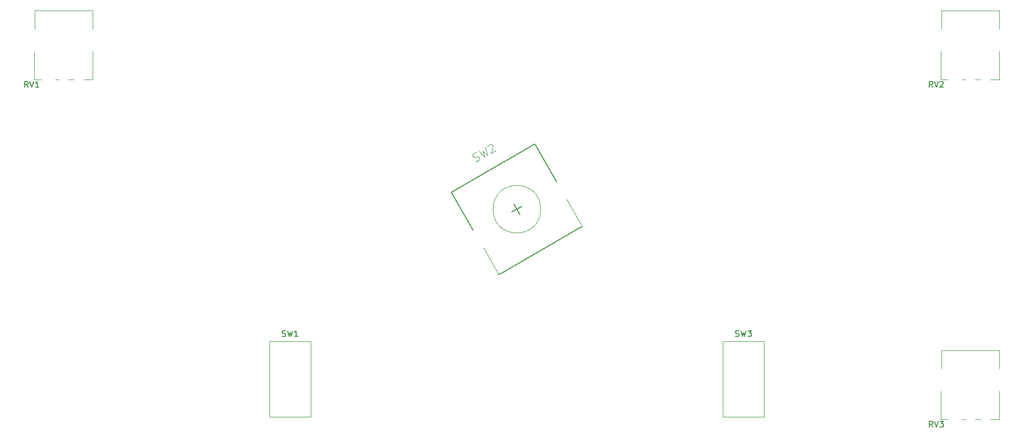
<source format=gto>
G04 #@! TF.GenerationSoftware,KiCad,Pcbnew,6.0.5+dfsg-1~bpo11+1*
G04 #@! TF.CreationDate,2022-08-16T14:50:18+00:00*
G04 #@! TF.ProjectId,lfo_and_power_supply,6c666f5f-616e-4645-9f70-6f7765725f73,0*
G04 #@! TF.SameCoordinates,Original*
G04 #@! TF.FileFunction,Legend,Top*
G04 #@! TF.FilePolarity,Positive*
%FSLAX46Y46*%
G04 Gerber Fmt 4.6, Leading zero omitted, Abs format (unit mm)*
G04 Created by KiCad (PCBNEW 6.0.5+dfsg-1~bpo11+1) date 2022-08-16 14:50:18*
%MOMM*%
%LPD*%
G01*
G04 APERTURE LIST*
%ADD10C,0.120000*%
%ADD11C,0.150000*%
%ADD12C,0.127000*%
%ADD13C,0.080000*%
%ADD14C,3.000000*%
%ADD15C,1.451600*%
%ADD16C,2.500000*%
%ADD17O,2.720000X3.240000*%
%ADD18R,1.800000X1.800000*%
%ADD19C,1.800000*%
%ADD20R,2.200000X2.200000*%
%ADD21O,2.200000X2.200000*%
%ADD22R,1.600000X1.600000*%
%ADD23C,1.600000*%
%ADD24C,1.700000*%
%ADD25C,2.000000*%
%ADD26O,3.500000X3.500000*%
%ADD27R,2.000000X1.905000*%
%ADD28O,2.000000X1.905000*%
%ADD29R,1.700000X1.700000*%
%ADD30O,1.700000X1.700000*%
%ADD31R,2.400000X2.400000*%
%ADD32C,2.400000*%
%ADD33O,2.700000X3.300000*%
%ADD34C,2.600000*%
%ADD35C,1.440000*%
%ADD36O,2.190000X1.740000*%
%ADD37O,1.740000X2.190000*%
G04 APERTURE END LIST*
D10*
X141720494Y-86582867D02*
X141930721Y-86539848D01*
X142224551Y-86370205D01*
X142308154Y-86243582D01*
X142332992Y-86150887D01*
X142323900Y-85999427D01*
X142256043Y-85881895D01*
X142129420Y-85798291D01*
X142036726Y-85773454D01*
X141885265Y-85782545D01*
X141616272Y-85859493D01*
X141464812Y-85868584D01*
X141372117Y-85843747D01*
X141245494Y-85760143D01*
X141177637Y-85642611D01*
X141168546Y-85491151D01*
X141193383Y-85398456D01*
X141276987Y-85271833D01*
X141570817Y-85102190D01*
X141781043Y-85059170D01*
X142158477Y-84762904D02*
X143164807Y-85827348D01*
X142890942Y-84810143D01*
X143634935Y-85555919D01*
X143216265Y-84152190D01*
X143695484Y-84032222D02*
X143720322Y-83939528D01*
X143803925Y-83812904D01*
X144097755Y-83643262D01*
X144249216Y-83634170D01*
X144341910Y-83659008D01*
X144468533Y-83742611D01*
X144536391Y-83860143D01*
X144579410Y-84070370D01*
X144281361Y-85182705D01*
X145045319Y-84741633D01*
D11*
X185356666Y-115974761D02*
X185499523Y-116022380D01*
X185737619Y-116022380D01*
X185832857Y-115974761D01*
X185880476Y-115927142D01*
X185928095Y-115831904D01*
X185928095Y-115736666D01*
X185880476Y-115641428D01*
X185832857Y-115593809D01*
X185737619Y-115546190D01*
X185547142Y-115498571D01*
X185451904Y-115450952D01*
X185404285Y-115403333D01*
X185356666Y-115308095D01*
X185356666Y-115212857D01*
X185404285Y-115117619D01*
X185451904Y-115070000D01*
X185547142Y-115022380D01*
X185785238Y-115022380D01*
X185928095Y-115070000D01*
X186261428Y-115022380D02*
X186499523Y-116022380D01*
X186690000Y-115308095D01*
X186880476Y-116022380D01*
X187118571Y-115022380D01*
X187404285Y-115022380D02*
X188023333Y-115022380D01*
X187690000Y-115403333D01*
X187832857Y-115403333D01*
X187928095Y-115450952D01*
X187975714Y-115498571D01*
X188023333Y-115593809D01*
X188023333Y-115831904D01*
X187975714Y-115927142D01*
X187928095Y-115974761D01*
X187832857Y-116022380D01*
X187547142Y-116022380D01*
X187451904Y-115974761D01*
X187404285Y-115927142D01*
X218479761Y-131262380D02*
X218146428Y-130786190D01*
X217908333Y-131262380D02*
X217908333Y-130262380D01*
X218289285Y-130262380D01*
X218384523Y-130310000D01*
X218432142Y-130357619D01*
X218479761Y-130452857D01*
X218479761Y-130595714D01*
X218432142Y-130690952D01*
X218384523Y-130738571D01*
X218289285Y-130786190D01*
X217908333Y-130786190D01*
X218765476Y-130262380D02*
X219098809Y-131262380D01*
X219432142Y-130262380D01*
X219670238Y-130262380D02*
X220289285Y-130262380D01*
X219955952Y-130643333D01*
X220098809Y-130643333D01*
X220194047Y-130690952D01*
X220241666Y-130738571D01*
X220289285Y-130833809D01*
X220289285Y-131071904D01*
X220241666Y-131167142D01*
X220194047Y-131214761D01*
X220098809Y-131262380D01*
X219813095Y-131262380D01*
X219717857Y-131214761D01*
X219670238Y-131167142D01*
X109156666Y-115974761D02*
X109299523Y-116022380D01*
X109537619Y-116022380D01*
X109632857Y-115974761D01*
X109680476Y-115927142D01*
X109728095Y-115831904D01*
X109728095Y-115736666D01*
X109680476Y-115641428D01*
X109632857Y-115593809D01*
X109537619Y-115546190D01*
X109347142Y-115498571D01*
X109251904Y-115450952D01*
X109204285Y-115403333D01*
X109156666Y-115308095D01*
X109156666Y-115212857D01*
X109204285Y-115117619D01*
X109251904Y-115070000D01*
X109347142Y-115022380D01*
X109585238Y-115022380D01*
X109728095Y-115070000D01*
X110061428Y-115022380D02*
X110299523Y-116022380D01*
X110490000Y-115308095D01*
X110680476Y-116022380D01*
X110918571Y-115022380D01*
X111823333Y-116022380D02*
X111251904Y-116022380D01*
X111537619Y-116022380D02*
X111537619Y-115022380D01*
X111442380Y-115165238D01*
X111347142Y-115260476D01*
X111251904Y-115308095D01*
X218479761Y-74112380D02*
X218146428Y-73636190D01*
X217908333Y-74112380D02*
X217908333Y-73112380D01*
X218289285Y-73112380D01*
X218384523Y-73160000D01*
X218432142Y-73207619D01*
X218479761Y-73302857D01*
X218479761Y-73445714D01*
X218432142Y-73540952D01*
X218384523Y-73588571D01*
X218289285Y-73636190D01*
X217908333Y-73636190D01*
X218765476Y-73112380D02*
X219098809Y-74112380D01*
X219432142Y-73112380D01*
X219717857Y-73207619D02*
X219765476Y-73160000D01*
X219860714Y-73112380D01*
X220098809Y-73112380D01*
X220194047Y-73160000D01*
X220241666Y-73207619D01*
X220289285Y-73302857D01*
X220289285Y-73398095D01*
X220241666Y-73540952D01*
X219670238Y-74112380D01*
X220289285Y-74112380D01*
X66460761Y-74112380D02*
X66127428Y-73636190D01*
X65889333Y-74112380D02*
X65889333Y-73112380D01*
X66270285Y-73112380D01*
X66365523Y-73160000D01*
X66413142Y-73207619D01*
X66460761Y-73302857D01*
X66460761Y-73445714D01*
X66413142Y-73540952D01*
X66365523Y-73588571D01*
X66270285Y-73636190D01*
X65889333Y-73636190D01*
X66746476Y-73112380D02*
X67079809Y-74112380D01*
X67413142Y-73112380D01*
X68270285Y-74112380D02*
X67698857Y-74112380D01*
X67984571Y-74112380D02*
X67984571Y-73112380D01*
X67889333Y-73255238D01*
X67794095Y-73350476D01*
X67698857Y-73398095D01*
D12*
X145575194Y-105593203D02*
X146094809Y-105293203D01*
X151604806Y-83636797D02*
X137575194Y-91736797D01*
X137575194Y-91736797D02*
X141257694Y-98115074D01*
X146094809Y-105293203D02*
X159085191Y-97793203D01*
X148090000Y-93748975D02*
X149090000Y-95481025D01*
X149456025Y-94115000D02*
X147723975Y-95115000D01*
X159085191Y-97793203D02*
X159604806Y-97493203D01*
D10*
X145575194Y-105593203D02*
X142972194Y-101084675D01*
D12*
X155287306Y-90015074D02*
X151604806Y-83636797D01*
D10*
X159604806Y-97493203D02*
X157001806Y-92984675D01*
D13*
X152590000Y-94615000D02*
G75*
G03*
X152590000Y-94615000I-4000000J0D01*
G01*
D10*
X183190000Y-129540000D02*
X183190000Y-116840000D01*
X183190000Y-116840000D02*
X190190000Y-116840000D01*
X190190000Y-129540000D02*
X183190000Y-129540000D01*
X190190000Y-116840000D02*
X190190000Y-129540000D01*
X229660000Y-118340000D02*
X219920000Y-118340000D01*
X229660000Y-129930000D02*
X229660000Y-125210000D01*
X224000000Y-129930000D02*
X223470000Y-129930000D01*
X219910000Y-129930000D02*
X219910000Y-125210000D01*
X229660000Y-129930000D02*
X228170000Y-129930000D01*
X226450000Y-129930000D02*
X225620000Y-129930000D01*
X219920000Y-121400000D02*
X219920000Y-118340000D01*
X221100000Y-129930000D02*
X219920000Y-129930000D01*
X229660000Y-121400000D02*
X229660000Y-118340000D01*
X113990000Y-129540000D02*
X106990000Y-129540000D01*
X113990000Y-116840000D02*
X113990000Y-129540000D01*
X106990000Y-129540000D02*
X106990000Y-116840000D01*
X106990000Y-116840000D02*
X113990000Y-116840000D01*
X229660000Y-64250000D02*
X229660000Y-61190000D01*
X229660000Y-72780000D02*
X229660000Y-68060000D01*
X229660000Y-72780000D02*
X228170000Y-72780000D01*
X224000000Y-72780000D02*
X223470000Y-72780000D01*
X219910000Y-72780000D02*
X219910000Y-68060000D01*
X221100000Y-72780000D02*
X219920000Y-72780000D01*
X229660000Y-61190000D02*
X219920000Y-61190000D01*
X226450000Y-72780000D02*
X225620000Y-72780000D01*
X219920000Y-64250000D02*
X219920000Y-61190000D01*
X77260000Y-72780000D02*
X75770000Y-72780000D01*
X71600000Y-72780000D02*
X71070000Y-72780000D01*
X68700000Y-72780000D02*
X67520000Y-72780000D01*
X67520000Y-64250000D02*
X67520000Y-61190000D01*
X74050000Y-72780000D02*
X73220000Y-72780000D01*
X77260000Y-64250000D02*
X77260000Y-61190000D01*
X77260000Y-72780000D02*
X77260000Y-68060000D01*
X67510000Y-72780000D02*
X67510000Y-68060000D01*
X77260000Y-61190000D02*
X67520000Y-61190000D01*
%LPC*%
D14*
X156068203Y-91567628D03*
X142211797Y-99567628D03*
D15*
X139684873Y-89190868D03*
X141849936Y-87940868D03*
X144015000Y-86690868D03*
X146180064Y-85440868D03*
X148345127Y-84190868D03*
X157495127Y-100039132D03*
X155330064Y-101289132D03*
X153165000Y-102539132D03*
X150999936Y-103789132D03*
X148834873Y-105039132D03*
D16*
X186690000Y-118490000D03*
X186690000Y-123190000D03*
X186690000Y-127890000D03*
D17*
X229590000Y-123310000D03*
X219990000Y-123310000D03*
D18*
X222290000Y-130810000D03*
D19*
X224790000Y-130810000D03*
X227290000Y-130810000D03*
D16*
X110490000Y-118490000D03*
X110490000Y-123190000D03*
X110490000Y-127890000D03*
D17*
X219990000Y-66160000D03*
X229590000Y-66160000D03*
D18*
X222290000Y-73660000D03*
D19*
X224790000Y-73660000D03*
X227290000Y-73660000D03*
D17*
X77190000Y-66160000D03*
X67590000Y-66160000D03*
D18*
X69890000Y-73660000D03*
D19*
X72390000Y-73660000D03*
X74890000Y-73660000D03*
D20*
X78740000Y-78232000D03*
D21*
X68580000Y-78232000D03*
D20*
X78740000Y-88392000D03*
D21*
X68580000Y-88392000D03*
D22*
X132120000Y-88900000D03*
D23*
X134620000Y-88900000D03*
G36*
G01*
X204137500Y-78070000D02*
X204137500Y-76870000D01*
G75*
G02*
X204387500Y-76620000I250000J0D01*
G01*
X205587500Y-76620000D01*
G75*
G02*
X205837500Y-76870000I0J-250000D01*
G01*
X205837500Y-78070000D01*
G75*
G02*
X205587500Y-78320000I-250000J0D01*
G01*
X204387500Y-78320000D01*
G75*
G02*
X204137500Y-78070000I0J250000D01*
G01*
G37*
D24*
X207527500Y-77470000D03*
X204987500Y-74930000D03*
X207527500Y-74930000D03*
X204987500Y-72390000D03*
X207527500Y-72390000D03*
X204987500Y-69850000D03*
X207527500Y-69850000D03*
X204987500Y-67310000D03*
X207527500Y-67310000D03*
D20*
X68580000Y-93472000D03*
D21*
X78740000Y-93472000D03*
D25*
X135890000Y-64770000D03*
G36*
G01*
X180125000Y-78070000D02*
X180125000Y-76870000D01*
G75*
G02*
X180375000Y-76620000I250000J0D01*
G01*
X181575000Y-76620000D01*
G75*
G02*
X181825000Y-76870000I0J-250000D01*
G01*
X181825000Y-78070000D01*
G75*
G02*
X181575000Y-78320000I-250000J0D01*
G01*
X180375000Y-78320000D01*
G75*
G02*
X180125000Y-78070000I0J250000D01*
G01*
G37*
D24*
X183515000Y-77470000D03*
X180975000Y-74930000D03*
X183515000Y-74930000D03*
X180975000Y-72390000D03*
X183515000Y-72390000D03*
X180975000Y-69850000D03*
X183515000Y-69850000D03*
X180975000Y-67310000D03*
X183515000Y-67310000D03*
D26*
X119780000Y-78740000D03*
D27*
X103980000Y-81280000D03*
D28*
X103980000Y-78740000D03*
X103980000Y-76200000D03*
D25*
X159512000Y-64770000D03*
D20*
X68580000Y-83185000D03*
D21*
X78740000Y-83185000D03*
D22*
X140931500Y-127508000D03*
D23*
X143431500Y-127508000D03*
D26*
X119780000Y-91440000D03*
D27*
X103980000Y-93980000D03*
D28*
X103980000Y-91440000D03*
X103980000Y-88900000D03*
G36*
G01*
X168060000Y-78070000D02*
X168060000Y-76870000D01*
G75*
G02*
X168310000Y-76620000I250000J0D01*
G01*
X169510000Y-76620000D01*
G75*
G02*
X169760000Y-76870000I0J-250000D01*
G01*
X169760000Y-78070000D01*
G75*
G02*
X169510000Y-78320000I-250000J0D01*
G01*
X168310000Y-78320000D01*
G75*
G02*
X168060000Y-78070000I0J250000D01*
G01*
G37*
D24*
X171450000Y-77470000D03*
X168910000Y-74930000D03*
X171450000Y-74930000D03*
X168910000Y-72390000D03*
X171450000Y-72390000D03*
X168910000Y-69850000D03*
X171450000Y-69850000D03*
X168910000Y-67310000D03*
X171450000Y-67310000D03*
D29*
X148590000Y-111506000D03*
D30*
X148590000Y-114046000D03*
X148590000Y-116586000D03*
X148590000Y-119126000D03*
D20*
X113030000Y-68580000D03*
D21*
X123190000Y-68580000D03*
D25*
X135890000Y-104140000D03*
D31*
X89020000Y-74930000D03*
D32*
X96520000Y-74930000D03*
D25*
X155194000Y-129032000D03*
D22*
X132120000Y-81280000D03*
D23*
X134620000Y-81280000D03*
D20*
X129540000Y-93980000D03*
D21*
X129540000Y-104140000D03*
D20*
X129540000Y-76200000D03*
D21*
X129540000Y-66040000D03*
G36*
G01*
X71040000Y-105959999D02*
X71040000Y-103160001D01*
G75*
G02*
X71290001Y-102910000I250001J0D01*
G01*
X73489999Y-102910000D01*
G75*
G02*
X73740000Y-103160001I0J-250001D01*
G01*
X73740000Y-105959999D01*
G75*
G02*
X73489999Y-106210000I-250001J0D01*
G01*
X71290001Y-106210000D01*
G75*
G02*
X71040000Y-105959999I0J250001D01*
G01*
G37*
D33*
X76590000Y-104560000D03*
X72390000Y-99060000D03*
X76590000Y-99060000D03*
D34*
X144780000Y-80518000D03*
X152400000Y-80518000D03*
D25*
X142748000Y-64770000D03*
D31*
X89020000Y-93980000D03*
D32*
X96520000Y-93980000D03*
D35*
X107950000Y-66040000D03*
X105410000Y-66040000D03*
X102870000Y-66040000D03*
X102860000Y-102870000D03*
X105400000Y-102870000D03*
X107940000Y-102870000D03*
G36*
G01*
X192190000Y-78070000D02*
X192190000Y-76870000D01*
G75*
G02*
X192440000Y-76620000I250000J0D01*
G01*
X193640000Y-76620000D01*
G75*
G02*
X193890000Y-76870000I0J-250000D01*
G01*
X193890000Y-78070000D01*
G75*
G02*
X193640000Y-78320000I-250000J0D01*
G01*
X192440000Y-78320000D01*
G75*
G02*
X192190000Y-78070000I0J250000D01*
G01*
G37*
D24*
X195580000Y-77470000D03*
X193040000Y-74930000D03*
X195580000Y-74930000D03*
X193040000Y-72390000D03*
X195580000Y-72390000D03*
X193040000Y-69850000D03*
X195580000Y-69850000D03*
X193040000Y-67310000D03*
X195580000Y-67310000D03*
G36*
G01*
X95695000Y-117240000D02*
X97385000Y-117240000D01*
G75*
G02*
X97635000Y-117490000I0J-250000D01*
G01*
X97635000Y-118730000D01*
G75*
G02*
X97385000Y-118980000I-250000J0D01*
G01*
X95695000Y-118980000D01*
G75*
G02*
X95445000Y-118730000I0J250000D01*
G01*
X95445000Y-117490000D01*
G75*
G02*
X95695000Y-117240000I250000J0D01*
G01*
G37*
D36*
X96540000Y-120650000D03*
X96540000Y-123190000D03*
X96540000Y-125730000D03*
X96540000Y-128270000D03*
D20*
X123190000Y-101600000D03*
D21*
X113030000Y-101600000D03*
G36*
G01*
X154540000Y-63925000D02*
X154540000Y-65615000D01*
G75*
G02*
X154290000Y-65865000I-250000J0D01*
G01*
X153050000Y-65865000D01*
G75*
G02*
X152800000Y-65615000I0J250000D01*
G01*
X152800000Y-63925000D01*
G75*
G02*
X153050000Y-63675000I250000J0D01*
G01*
X154290000Y-63675000D01*
G75*
G02*
X154540000Y-63925000I0J-250000D01*
G01*
G37*
D37*
X151130000Y-64770000D03*
X148590000Y-64770000D03*
M02*

</source>
